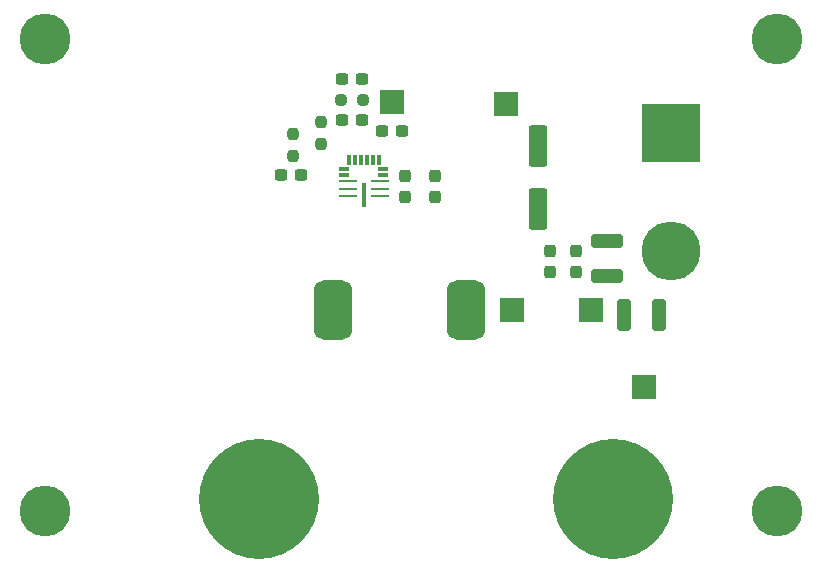
<source format=gbr>
%TF.GenerationSoftware,KiCad,Pcbnew,(6.0.8)*%
%TF.CreationDate,2023-02-08T15:19:57+01:00*%
%TF.ProjectId,power supply prototype,706f7765-7220-4737-9570-706c79207072,rev?*%
%TF.SameCoordinates,Original*%
%TF.FileFunction,Soldermask,Top*%
%TF.FilePolarity,Negative*%
%FSLAX46Y46*%
G04 Gerber Fmt 4.6, Leading zero omitted, Abs format (unit mm)*
G04 Created by KiCad (PCBNEW (6.0.8)) date 2023-02-08 15:19:57*
%MOMM*%
%LPD*%
G01*
G04 APERTURE LIST*
G04 Aperture macros list*
%AMRoundRect*
0 Rectangle with rounded corners*
0 $1 Rounding radius*
0 $2 $3 $4 $5 $6 $7 $8 $9 X,Y pos of 4 corners*
0 Add a 4 corners polygon primitive as box body*
4,1,4,$2,$3,$4,$5,$6,$7,$8,$9,$2,$3,0*
0 Add four circle primitives for the rounded corners*
1,1,$1+$1,$2,$3*
1,1,$1+$1,$4,$5*
1,1,$1+$1,$6,$7*
1,1,$1+$1,$8,$9*
0 Add four rect primitives between the rounded corners*
20,1,$1+$1,$2,$3,$4,$5,0*
20,1,$1+$1,$4,$5,$6,$7,0*
20,1,$1+$1,$6,$7,$8,$9,0*
20,1,$1+$1,$8,$9,$2,$3,0*%
G04 Aperture macros list end*
%ADD10R,0.914400X0.304800*%
%ADD11R,1.498600X0.254000*%
%ADD12R,0.355600X1.999996*%
%ADD13R,0.304800X0.812800*%
%ADD14RoundRect,0.237500X-0.237500X0.300000X-0.237500X-0.300000X0.237500X-0.300000X0.237500X0.300000X0*%
%ADD15R,2.000000X2.000000*%
%ADD16RoundRect,0.237500X0.237500X-0.300000X0.237500X0.300000X-0.237500X0.300000X-0.237500X-0.300000X0*%
%ADD17C,4.300000*%
%ADD18RoundRect,0.237500X-0.300000X-0.237500X0.300000X-0.237500X0.300000X0.237500X-0.300000X0.237500X0*%
%ADD19RoundRect,0.250000X-0.325000X-1.100000X0.325000X-1.100000X0.325000X1.100000X-0.325000X1.100000X0*%
%ADD20RoundRect,0.812500X-0.812500X-1.687500X0.812500X-1.687500X0.812500X1.687500X-0.812500X1.687500X0*%
%ADD21RoundRect,0.237500X0.300000X0.237500X-0.300000X0.237500X-0.300000X-0.237500X0.300000X-0.237500X0*%
%ADD22RoundRect,0.237500X0.250000X0.237500X-0.250000X0.237500X-0.250000X-0.237500X0.250000X-0.237500X0*%
%ADD23RoundRect,0.250000X-0.550000X1.500000X-0.550000X-1.500000X0.550000X-1.500000X0.550000X1.500000X0*%
%ADD24RoundRect,0.237500X-0.237500X0.250000X-0.237500X-0.250000X0.237500X-0.250000X0.237500X0.250000X0*%
%ADD25R,5.000000X5.000000*%
%ADD26O,5.000000X5.000000*%
%ADD27RoundRect,0.250000X1.100000X-0.325000X1.100000X0.325000X-1.100000X0.325000X-1.100000X-0.325000X0*%
%ADD28RoundRect,0.237500X0.237500X-0.250000X0.237500X0.250000X-0.237500X0.250000X-0.237500X-0.250000X0*%
%ADD29C,10.160000*%
G04 APERTURE END LIST*
D10*
%TO.C,U1*%
X130358601Y-84049996D03*
X130358601Y-84549997D03*
D11*
X130650700Y-85050000D03*
X130650700Y-85699999D03*
X130650700Y-86350001D03*
D12*
X132000000Y-86225005D03*
D11*
X133349300Y-86350013D03*
X133349300Y-85699999D03*
X133349300Y-85050013D03*
D10*
X133641399Y-84549997D03*
X133641399Y-84049996D03*
D13*
X133250000Y-83293600D03*
X132750001Y-83293600D03*
X132250000Y-83293600D03*
X131750000Y-83293600D03*
X131249999Y-83293600D03*
X130750000Y-83293600D03*
%TD*%
D14*
%TO.C,Cbyp1*%
X135500000Y-84637500D03*
X135500000Y-86362500D03*
%TD*%
D15*
%TO.C,TP4*%
X134400000Y-78400000D03*
%TD*%
D16*
%TO.C,DNp*%
X147800000Y-92725000D03*
X147800000Y-91000000D03*
%TD*%
D17*
%TO.C,H2*%
X105000000Y-73000000D03*
%TD*%
D18*
%TO.C,Cc1*%
X130137500Y-76400000D03*
X131862500Y-76400000D03*
%TD*%
D19*
%TO.C,Cout3*%
X154050000Y-96400000D03*
X157000000Y-96400000D03*
%TD*%
D17*
%TO.C,H1*%
X167000000Y-113000000D03*
%TD*%
D20*
%TO.C,L1*%
X140650000Y-96000000D03*
X129350000Y-96000000D03*
%TD*%
D15*
%TO.C,TP1*%
X144000000Y-78500000D03*
%TD*%
D17*
%TO.C,H3*%
X167000000Y-73000000D03*
%TD*%
D21*
%TO.C,CF1*%
X131862500Y-79900000D03*
X130137500Y-79900000D03*
%TD*%
D22*
%TO.C,RCOMP1*%
X131912500Y-78200000D03*
X130087500Y-78200000D03*
%TD*%
D15*
%TO.C,TP5*%
X144500000Y-96000000D03*
%TD*%
%TO.C,TP3*%
X155750000Y-102500000D03*
%TD*%
D23*
%TO.C,CSup2*%
X146750000Y-82050000D03*
X146750000Y-87450000D03*
%TD*%
D18*
%TO.C,CBIAS1*%
X133500000Y-80800000D03*
X135225000Y-80800000D03*
%TD*%
D15*
%TO.C,TP2*%
X151200000Y-96000000D03*
%TD*%
D17*
%TO.C,H4*%
X105000000Y-113000000D03*
%TD*%
D18*
%TO.C,Cbst1*%
X124975000Y-84500000D03*
X126700000Y-84500000D03*
%TD*%
D24*
%TO.C,R_RST1*%
X126000000Y-81087500D03*
X126000000Y-82912500D03*
%TD*%
D25*
%TO.C,XT60*%
X158000000Y-81000000D03*
D26*
X158000000Y-91000000D03*
%TD*%
D16*
%TO.C,DNP*%
X150000000Y-92725000D03*
X150000000Y-91000000D03*
%TD*%
D14*
%TO.C,Csup1*%
X138000000Y-84637500D03*
X138000000Y-86362500D03*
%TD*%
D27*
%TO.C,Cout1*%
X152600000Y-93075000D03*
X152600000Y-90125000D03*
%TD*%
D28*
%TO.C,R_OSC1*%
X128400000Y-81912500D03*
X128400000Y-80087500D03*
%TD*%
D29*
%TO.C,J1*%
X153100000Y-112000000D03*
X123130000Y-112000000D03*
%TD*%
M02*

</source>
